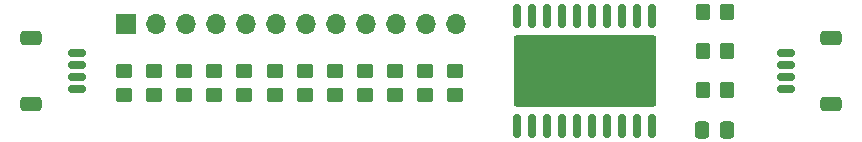
<source format=gbr>
%TF.GenerationSoftware,KiCad,Pcbnew,6.0.4*%
%TF.CreationDate,2022-04-30T16:21:21-07:00*%
%TF.ProjectId,pcb,7063622e-6b69-4636-9164-5f7063625858,rev?*%
%TF.SameCoordinates,Original*%
%TF.FileFunction,Copper,L1,Top*%
%TF.FilePolarity,Positive*%
%FSLAX46Y46*%
G04 Gerber Fmt 4.6, Leading zero omitted, Abs format (unit mm)*
G04 Created by KiCad (PCBNEW 6.0.4) date 2022-04-30 16:21:21*
%MOMM*%
%LPD*%
G01*
G04 APERTURE LIST*
G04 Aperture macros list*
%AMRoundRect*
0 Rectangle with rounded corners*
0 $1 Rounding radius*
0 $2 $3 $4 $5 $6 $7 $8 $9 X,Y pos of 4 corners*
0 Add a 4 corners polygon primitive as box body*
4,1,4,$2,$3,$4,$5,$6,$7,$8,$9,$2,$3,0*
0 Add four circle primitives for the rounded corners*
1,1,$1+$1,$2,$3*
1,1,$1+$1,$4,$5*
1,1,$1+$1,$6,$7*
1,1,$1+$1,$8,$9*
0 Add four rect primitives between the rounded corners*
20,1,$1+$1,$2,$3,$4,$5,0*
20,1,$1+$1,$4,$5,$6,$7,0*
20,1,$1+$1,$6,$7,$8,$9,0*
20,1,$1+$1,$8,$9,$2,$3,0*%
G04 Aperture macros list end*
%TA.AperFunction,ComponentPad*%
%ADD10R,1.700000X1.700000*%
%TD*%
%TA.AperFunction,ComponentPad*%
%ADD11O,1.700000X1.700000*%
%TD*%
%TA.AperFunction,SMDPad,CuDef*%
%ADD12RoundRect,0.150000X0.150000X-0.850000X0.150000X0.850000X-0.150000X0.850000X-0.150000X-0.850000X0*%
%TD*%
%TA.AperFunction,SMDPad,CuDef*%
%ADD13RoundRect,0.249997X5.795003X-2.772503X5.795003X2.772503X-5.795003X2.772503X-5.795003X-2.772503X0*%
%TD*%
%TA.AperFunction,SMDPad,CuDef*%
%ADD14RoundRect,0.250000X-0.350000X-0.450000X0.350000X-0.450000X0.350000X0.450000X-0.350000X0.450000X0*%
%TD*%
%TA.AperFunction,SMDPad,CuDef*%
%ADD15RoundRect,0.250000X-0.450000X0.350000X-0.450000X-0.350000X0.450000X-0.350000X0.450000X0.350000X0*%
%TD*%
%TA.AperFunction,SMDPad,CuDef*%
%ADD16RoundRect,0.150000X-0.625000X0.150000X-0.625000X-0.150000X0.625000X-0.150000X0.625000X0.150000X0*%
%TD*%
%TA.AperFunction,SMDPad,CuDef*%
%ADD17RoundRect,0.250000X-0.650000X0.350000X-0.650000X-0.350000X0.650000X-0.350000X0.650000X0.350000X0*%
%TD*%
%TA.AperFunction,SMDPad,CuDef*%
%ADD18RoundRect,0.250000X0.337500X0.475000X-0.337500X0.475000X-0.337500X-0.475000X0.337500X-0.475000X0*%
%TD*%
%TA.AperFunction,SMDPad,CuDef*%
%ADD19RoundRect,0.150000X0.625000X-0.150000X0.625000X0.150000X-0.625000X0.150000X-0.625000X-0.150000X0*%
%TD*%
%TA.AperFunction,SMDPad,CuDef*%
%ADD20RoundRect,0.250000X0.650000X-0.350000X0.650000X0.350000X-0.650000X0.350000X-0.650000X-0.350000X0*%
%TD*%
G04 APERTURE END LIST*
D10*
%TO.P,J2,1,Pin_1*%
%TO.N,Net-(J2-Pad1)*%
X133140000Y-105000000D03*
D11*
%TO.P,J2,2,Pin_2*%
%TO.N,Net-(J2-Pad2)*%
X135680000Y-105000000D03*
%TO.P,J2,3,Pin_3*%
%TO.N,Net-(J2-Pad3)*%
X138220000Y-105000000D03*
%TO.P,J2,4,Pin_4*%
%TO.N,Net-(J2-Pad4)*%
X140760000Y-105000000D03*
%TO.P,J2,5,Pin_5*%
%TO.N,Net-(J2-Pad5)*%
X143300000Y-105000000D03*
%TO.P,J2,6,Pin_6*%
%TO.N,Net-(J2-Pad6)*%
X145840000Y-105000000D03*
%TO.P,J2,7,Pin_7*%
%TO.N,Net-(J2-Pad7)*%
X148380000Y-105000000D03*
%TO.P,J2,8,Pin_8*%
%TO.N,Net-(J2-Pad8)*%
X150920000Y-105000000D03*
%TO.P,J2,9,Pin_9*%
%TO.N,Net-(J2-Pad9)*%
X153460000Y-105000000D03*
%TO.P,J2,10,Pin_10*%
%TO.N,Net-(J2-Pad10)*%
X156000000Y-105000000D03*
%TO.P,J2,11,Pin_11*%
%TO.N,Net-(J2-Pad11)*%
X158540000Y-105000000D03*
%TO.P,J2,12,Pin_12*%
%TO.N,Net-(J2-Pad12)*%
X161080000Y-105000000D03*
%TD*%
D12*
%TO.P,U1,1,KEY8/GPO6*%
%TO.N,Net-(R8-Pad2)*%
X166285000Y-113675000D03*
%TO.P,U1,2,KEY7/GPO5*%
%TO.N,Net-(R7-Pad2)*%
X167555000Y-113675000D03*
%TO.P,U1,3,KEY6/GPO4*%
%TO.N,Net-(R6-Pad2)*%
X168825000Y-113675000D03*
%TO.P,U1,4,KEY5/GPO3*%
%TO.N,Net-(R5-Pad2)*%
X170095000Y-113675000D03*
%TO.P,U1,5,KEY4/GPO2*%
%TO.N,Net-(R4-Pad2)*%
X171365000Y-113675000D03*
%TO.P,U1,6,KEY3/GPO1*%
%TO.N,Net-(R3-Pad2)*%
X172635000Y-113675000D03*
%TO.P,U1,7,KEY2/GP00*%
%TO.N,Net-(R2-Pad2)*%
X173905000Y-113675000D03*
%TO.P,U1,8,KEY1*%
%TO.N,Net-(R1-Pad2)*%
X175175000Y-113675000D03*
%TO.P,U1,9,KEY0*%
%TO.N,Net-(R0-Pad2)*%
X176445000Y-113675000D03*
%TO.P,U1,10,VSS*%
%TO.N,GND*%
X177715000Y-113675000D03*
%TO.P,U1,11,VDD*%
%TO.N,+5V*%
X177715000Y-104325000D03*
%TO.P,U1,12,MODE*%
%TO.N,GND*%
X176445000Y-104325000D03*
%TO.P,U1,13,SDA*%
%TO.N,Net-(J0-Pad3)*%
X175175000Y-104325000D03*
%TO.P,U1,14,RESET*%
%TO.N,Net-(J0-Pad2)*%
X173905000Y-104325000D03*
%TO.P,U1,15,NC*%
%TO.N,unconnected-(U1-Pad15)*%
X172635000Y-104325000D03*
%TO.P,U1,16,SCL*%
%TO.N,Net-(J0-Pad4)*%
X171365000Y-104325000D03*
%TO.P,U1,17,CHANGE*%
%TO.N,Net-(J0-Pad2)*%
X170095000Y-104325000D03*
%TO.P,U1,18,KEY/11/GPO9*%
%TO.N,Net-(R11-Pad2)*%
X168825000Y-104325000D03*
%TO.P,U1,19,KEY10/GPO8*%
%TO.N,Net-(R10-Pad2)*%
X167555000Y-104325000D03*
%TO.P,U1,20,KEY9/GPO7*%
%TO.N,Net-(R9-Pad2)*%
X166285000Y-104325000D03*
D13*
%TO.P,U1,21*%
%TO.N,N/C*%
X172000000Y-109000000D03*
%TD*%
D14*
%TO.P,R14,1*%
%TO.N,Net-(J0-Pad4)*%
X182000000Y-110646666D03*
%TO.P,R14,2*%
%TO.N,+5V*%
X184000000Y-110646666D03*
%TD*%
D15*
%TO.P,R4,1*%
%TO.N,Net-(J2-Pad5)*%
X143181822Y-109000000D03*
%TO.P,R4,2*%
%TO.N,Net-(R4-Pad2)*%
X143181822Y-111000000D03*
%TD*%
D16*
%TO.P,J1,1,Pin_1*%
%TO.N,GND*%
X129000000Y-107500000D03*
%TO.P,J1,2,Pin_2*%
%TO.N,Net-(J0-Pad2)*%
X129000000Y-108500000D03*
%TO.P,J1,3,Pin_3*%
%TO.N,Net-(J0-Pad3)*%
X129000000Y-109500000D03*
%TO.P,J1,4,Pin_4*%
%TO.N,Net-(J0-Pad4)*%
X129000000Y-110500000D03*
D17*
%TO.P,J1,MP*%
%TO.N,N/C*%
X125125000Y-111800000D03*
X125125000Y-106200000D03*
%TD*%
D18*
%TO.P,C0,1*%
%TO.N,+5V*%
X184000000Y-114000000D03*
%TO.P,C0,2*%
%TO.N,GND*%
X181925000Y-114000000D03*
%TD*%
D15*
%TO.P,R1,1*%
%TO.N,Net-(J2-Pad2)*%
X135545460Y-109000000D03*
%TO.P,R1,2*%
%TO.N,Net-(R1-Pad2)*%
X135545460Y-111000000D03*
%TD*%
%TO.P,R8,1*%
%TO.N,Net-(J2-Pad9)*%
X153363638Y-109000000D03*
%TO.P,R8,2*%
%TO.N,Net-(R8-Pad2)*%
X153363638Y-111000000D03*
%TD*%
D19*
%TO.P,J0,1,Pin_1*%
%TO.N,GND*%
X189000000Y-110500000D03*
%TO.P,J0,2,Pin_2*%
%TO.N,Net-(J0-Pad2)*%
X189000000Y-109500000D03*
%TO.P,J0,3,Pin_3*%
%TO.N,Net-(J0-Pad3)*%
X189000000Y-108500000D03*
%TO.P,J0,4,Pin_4*%
%TO.N,Net-(J0-Pad4)*%
X189000000Y-107500000D03*
D20*
%TO.P,J0,MP*%
%TO.N,N/C*%
X192875000Y-106200000D03*
X192875000Y-111800000D03*
%TD*%
D15*
%TO.P,R9,1*%
%TO.N,Net-(J2-Pad10)*%
X155909092Y-109000000D03*
%TO.P,R9,2*%
%TO.N,Net-(R9-Pad2)*%
X155909092Y-111000000D03*
%TD*%
D14*
%TO.P,R13,1*%
%TO.N,Net-(J0-Pad3)*%
X182000000Y-107323333D03*
%TO.P,R13,2*%
%TO.N,+5V*%
X184000000Y-107323333D03*
%TD*%
%TO.P,R12,1*%
%TO.N,Net-(J0-Pad2)*%
X182000000Y-104000000D03*
%TO.P,R12,2*%
%TO.N,+5V*%
X184000000Y-104000000D03*
%TD*%
D15*
%TO.P,R6,1*%
%TO.N,Net-(J2-Pad7)*%
X148272730Y-109000000D03*
%TO.P,R6,2*%
%TO.N,Net-(R6-Pad2)*%
X148272730Y-111000000D03*
%TD*%
%TO.P,R5,1*%
%TO.N,Net-(J2-Pad6)*%
X145727276Y-109000000D03*
%TO.P,R5,2*%
%TO.N,Net-(R5-Pad2)*%
X145727276Y-111000000D03*
%TD*%
%TO.P,R7,1*%
%TO.N,Net-(J2-Pad8)*%
X150818184Y-109000000D03*
%TO.P,R7,2*%
%TO.N,Net-(R7-Pad2)*%
X150818184Y-111000000D03*
%TD*%
%TO.P,R10,1*%
%TO.N,Net-(J2-Pad11)*%
X158454546Y-109000000D03*
%TO.P,R10,2*%
%TO.N,Net-(R10-Pad2)*%
X158454546Y-111000000D03*
%TD*%
%TO.P,R2,1*%
%TO.N,Net-(J2-Pad3)*%
X138090914Y-109000000D03*
%TO.P,R2,2*%
%TO.N,Net-(R2-Pad2)*%
X138090914Y-111000000D03*
%TD*%
%TO.P,R3,1*%
%TO.N,Net-(J2-Pad4)*%
X140636368Y-109000000D03*
%TO.P,R3,2*%
%TO.N,Net-(R3-Pad2)*%
X140636368Y-111000000D03*
%TD*%
%TO.P,R11,1*%
%TO.N,Net-(J2-Pad12)*%
X161000000Y-109000000D03*
%TO.P,R11,2*%
%TO.N,Net-(R11-Pad2)*%
X161000000Y-111000000D03*
%TD*%
%TO.P,R0,1*%
%TO.N,Net-(J2-Pad1)*%
X133000000Y-109000000D03*
%TO.P,R0,2*%
%TO.N,Net-(R0-Pad2)*%
X133000000Y-111000000D03*
%TD*%
M02*

</source>
